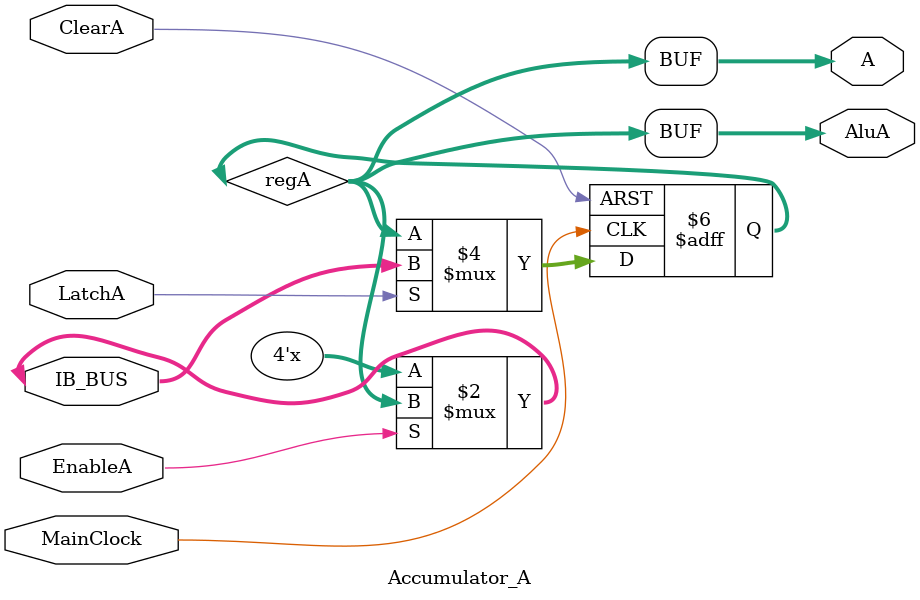
<source format=v>
`timescale 1ns / 1ps
`default_nettype none

module Accumulator_A(
    input  wire        MainClock,
    input  wire        ClearA,
    input  wire        LatchA,
    input  wire        EnableA,
    inout  wire [3:0]  IB_BUS,
    output wire [3:0]  A,
    output wire [3:0]  AluA
);

    reg [3:0] regA = 4'b0000;

    // Latch data from bus
    always @(posedge MainClock or posedge ClearA) begin
        if (ClearA)
            regA <= 4'b0000;
        else if (LatchA)
            regA <= IB_BUS;
    end

    // Tri-state bus drive
    assign IB_BUS = (EnableA) ? regA : 4'bz;

    assign A = regA;
    assign AluA = regA;

endmodule
`default_nettype wire

</source>
